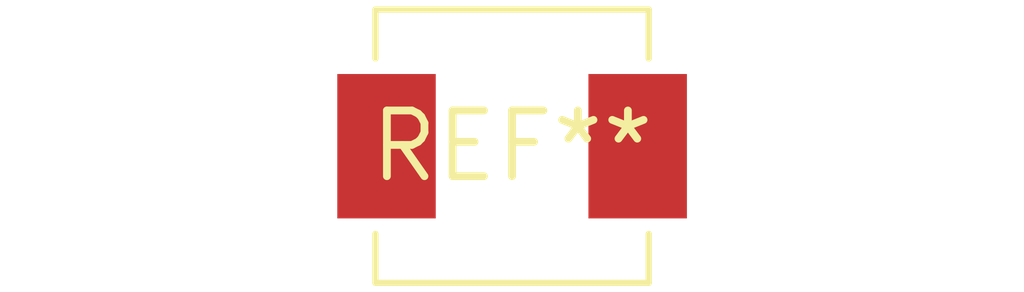
<source format=kicad_pcb>
(kicad_pcb (version 20240108) (generator pcbnew)
  (layers (0 "F.Cu" signal) (31 "B.Cu" signal) (34 "B.Paste" user) (35 "F.Paste" user) (36 "B.SilkS" user "B.Silkscreen") (37 "F.SilkS" user "F.Silkscreen") (38 "B.Mask" user) (39 "F.Mask" user) (44 "Edge.Cuts" user))
  (net 0 "")
  (footprint "L_Vishay_IHLP-2020" (layer "F.Cu") (at 0 0)
    (property "Reference" "REF**")
    (property "Value" "L_Vishay_IHLP-2020")
    (fp_line (start -2.64 -2.64) (end 2.64 -2.64) (layer "F.SilkS") (stroke (width 0.12)))
    (fp_line (start -2.64 -1.695) (end -2.64 -2.64) (layer "F.SilkS") (stroke (width 0.12)))
    (fp_line (start -2.64 1.695) (end -2.64 2.64) (layer "F.SilkS") (stroke (width 0.12)))
    (fp_line (start -2.64 2.64) (end 2.64 2.64) (layer "F.SilkS") (stroke (width 0.12)))
    (fp_line (start 2.64 -2.64) (end 2.64 -1.695) (layer "F.SilkS") (stroke (width 0.12)))
    (fp_line (start 2.64 2.64) (end 2.64 1.695) (layer "F.SilkS") (stroke (width 0.12)))
    (pad "1" smd rect (at -2.4265 0) (size 1.903 2.79) (layers "F.Cu" "F.Paste" "F.Mask"))
    (pad "2" smd rect (at 2.4265 0) (size 1.903 2.79) (layers "F.Cu" "F.Paste" "F.Mask"))
  )
)
</source>
